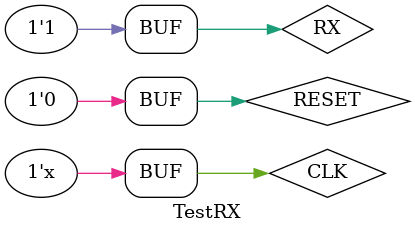
<source format=v>
`timescale 1ns / 1ps


module TestRX;

	// Inputs
	reg CLK;
	reg RESET;
	reg RX;

	// Outputs
	wire RX_DONE;
	wire [7:0] DOUT;
	wire [1:0] STATE;

	// Instantiate the Unit Under Test (UUT)
	Rx uut (
		.CLK(CLK), 
		.RESET(RESET), 
		.TICK(TICK2), 
		.RX(RX), 
		.RX_DONE(RX_DONE), 
		.DOUT(DOUT),
		.STATE(STATE)
	);
	
	BaudRateGen  
	#(
		.N(8),
		.M(163)
	)
	brg
	(
		.CLK(CLK),
		.RESET(RESET),
		.TICK(TICK)

	);
	
	wire TICK2;
	
	assign TICK2 = brg.TICK;

	initial begin
		// Initialize Inputs
		CLK = 0;
		RESET = 1;
		RX = 1;
		
		#10 
		RESET = 0;

		// Wait 100 ns for global reset to finish
		#100;
		RX=0;			//bit de inicio
		
		
		#5226
		RX = 1;
		#5226 
		RX = 0;
		#5226 
		RX = 1;
		#5226 
		RX = 0;
		#5226 
		RX = 1;
		#5226 
		RX = 0;
		#5226 
		RX = 1;
		#5226 
		RX = 0;
		
		#5226 
		RX = 1;
		
        
		// Add stimulus here
	end
	
	always @(*) begin
	#1 CLK<=~CLK;
	end
	
	
      
endmodule


</source>
